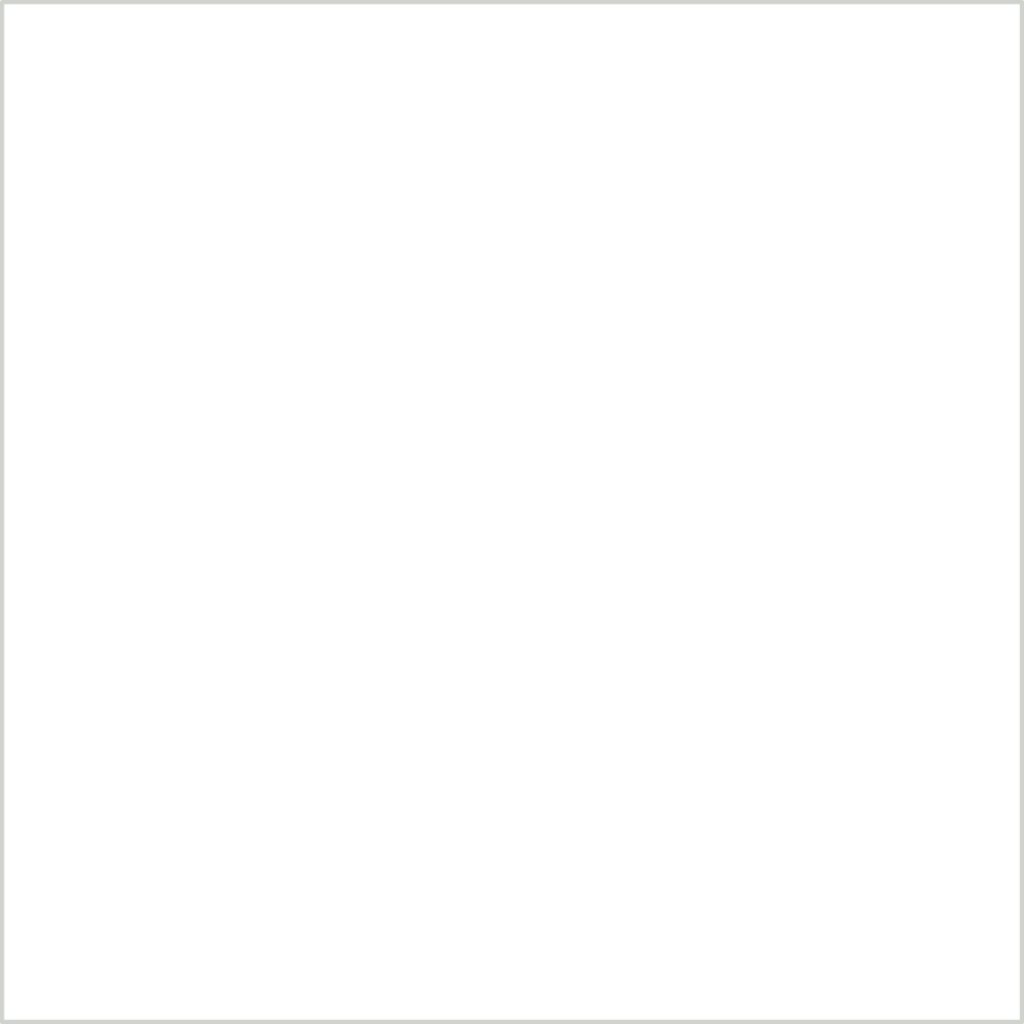
<source format=kicad_pcb>
(kicad_pcb (version 3) (host pcb-rnd "(2.2.0-rc2 non-svn)")
  (general
  )

  (page A4)

  (layers
    (0 F.Cu signal)
    (15 B.Cu signal)
    (18 B.Paste user)
    (19 F.Paste user)
    (20 B.SilkS user)
    (21 F.SilkS user)
    (22 B.Mask user)
    (23 F.Mask user)
    (28 Edge.Cuts user)
  )

  (setup
    (via_drill 0.635)
  )

  (net 0 "")

  (zone (net 0) (net_name "") (layer F.Cu) (tstamp 478E3FC8) (hatch edge 0.508)
    (connect_pads no (clearance 0.508))
    (min_thickness 0.4826)
    (fill (arc_segments 32) (thermal_gap 0.508) (thermal_bridge_width 0.508))
    (polygon
      (pts
        (xy 20.845 41.615) (xy 41.145 41.615) (xy 41.145 15.415) (xy 20.845 15.415)
      )
    )
  )
  (zone (net 0) (net_name "") (layer B.Cu) (tstamp 478E3FC8) (hatch edge 0.508)
    (connect_pads no (clearance 0.508))
    (min_thickness 0.4826)
    (fill (arc_segments 32) (thermal_gap 0.508) (thermal_bridge_width 0.508))
    (polygon
      (pts
        (xy 13.335 7.620) (xy 48.260 7.620) (xy 48.260 50.165) (xy 13.335 50.165)
      )
    )
  )
  (gr_line (start 0.000 0.000) (end 60.000 0.000) (layer Edge.Cuts) (width 0.254))
  (gr_line (start 60.000 0.000) (end 60.000 60.000) (layer Edge.Cuts) (width 0.254))
  (gr_line (start 60.000 60.000) (end 0.000 60.000) (layer Edge.Cuts) (width 0.254))
  (gr_line (start 0.000 60.000) (end 0.000 0.000) (layer Edge.Cuts) (width 0.254))
)

</source>
